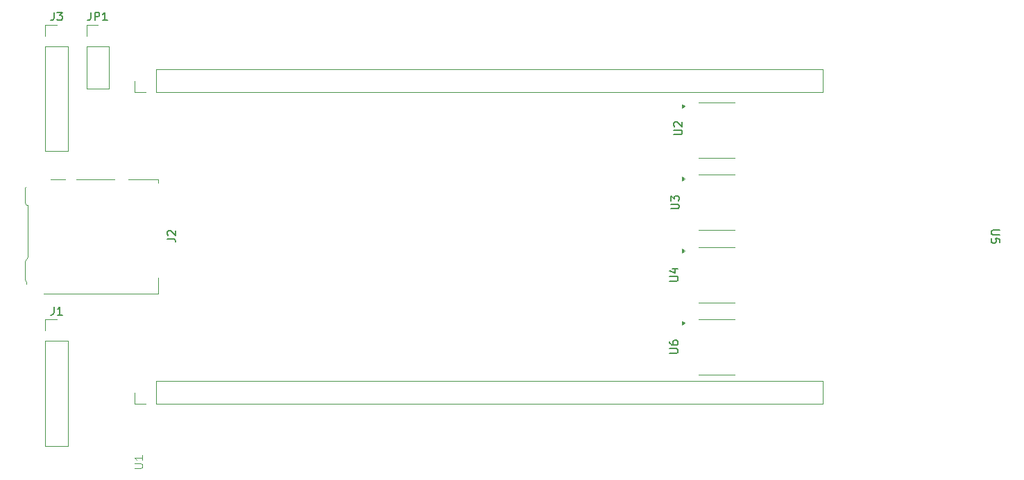
<source format=gbr>
%TF.GenerationSoftware,KiCad,Pcbnew,9.0.1*%
%TF.CreationDate,2025-04-05T14:03:07-06:00*%
%TF.ProjectId,GBDump,47424475-6d70-42e6-9b69-6361645f7063,rev?*%
%TF.SameCoordinates,Original*%
%TF.FileFunction,Legend,Top*%
%TF.FilePolarity,Positive*%
%FSLAX46Y46*%
G04 Gerber Fmt 4.6, Leading zero omitted, Abs format (unit mm)*
G04 Created by KiCad (PCBNEW 9.0.1) date 2025-04-05 14:03:07*
%MOMM*%
%LPD*%
G01*
G04 APERTURE LIST*
%ADD10C,0.150000*%
%ADD11C,0.100000*%
%ADD12C,0.120000*%
G04 APERTURE END LIST*
D10*
X167954819Y-86095237D02*
X168764342Y-86095237D01*
X168764342Y-86095237D02*
X168859580Y-86047618D01*
X168859580Y-86047618D02*
X168907200Y-85999999D01*
X168907200Y-85999999D02*
X168954819Y-85904761D01*
X168954819Y-85904761D02*
X168954819Y-85714285D01*
X168954819Y-85714285D02*
X168907200Y-85619047D01*
X168907200Y-85619047D02*
X168859580Y-85571428D01*
X168859580Y-85571428D02*
X168764342Y-85523809D01*
X168764342Y-85523809D02*
X167954819Y-85523809D01*
X167954819Y-85142856D02*
X167954819Y-84523809D01*
X167954819Y-84523809D02*
X168335771Y-84857142D01*
X168335771Y-84857142D02*
X168335771Y-84714285D01*
X168335771Y-84714285D02*
X168383390Y-84619047D01*
X168383390Y-84619047D02*
X168431009Y-84571428D01*
X168431009Y-84571428D02*
X168526247Y-84523809D01*
X168526247Y-84523809D02*
X168764342Y-84523809D01*
X168764342Y-84523809D02*
X168859580Y-84571428D01*
X168859580Y-84571428D02*
X168907200Y-84619047D01*
X168907200Y-84619047D02*
X168954819Y-84714285D01*
X168954819Y-84714285D02*
X168954819Y-84999999D01*
X168954819Y-84999999D02*
X168907200Y-85095237D01*
X168907200Y-85095237D02*
X168859580Y-85142856D01*
X92666666Y-62074819D02*
X92666666Y-62789104D01*
X92666666Y-62789104D02*
X92619047Y-62931961D01*
X92619047Y-62931961D02*
X92523809Y-63027200D01*
X92523809Y-63027200D02*
X92380952Y-63074819D01*
X92380952Y-63074819D02*
X92285714Y-63074819D01*
X93047619Y-62074819D02*
X93666666Y-62074819D01*
X93666666Y-62074819D02*
X93333333Y-62455771D01*
X93333333Y-62455771D02*
X93476190Y-62455771D01*
X93476190Y-62455771D02*
X93571428Y-62503390D01*
X93571428Y-62503390D02*
X93619047Y-62551009D01*
X93619047Y-62551009D02*
X93666666Y-62646247D01*
X93666666Y-62646247D02*
X93666666Y-62884342D01*
X93666666Y-62884342D02*
X93619047Y-62979580D01*
X93619047Y-62979580D02*
X93571428Y-63027200D01*
X93571428Y-63027200D02*
X93476190Y-63074819D01*
X93476190Y-63074819D02*
X93190476Y-63074819D01*
X93190476Y-63074819D02*
X93095238Y-63027200D01*
X93095238Y-63027200D02*
X93047619Y-62979580D01*
X168317319Y-77036904D02*
X169126842Y-77036904D01*
X169126842Y-77036904D02*
X169222080Y-76989285D01*
X169222080Y-76989285D02*
X169269700Y-76941666D01*
X169269700Y-76941666D02*
X169317319Y-76846428D01*
X169317319Y-76846428D02*
X169317319Y-76655952D01*
X169317319Y-76655952D02*
X169269700Y-76560714D01*
X169269700Y-76560714D02*
X169222080Y-76513095D01*
X169222080Y-76513095D02*
X169126842Y-76465476D01*
X169126842Y-76465476D02*
X168317319Y-76465476D01*
X168412557Y-76036904D02*
X168364938Y-75989285D01*
X168364938Y-75989285D02*
X168317319Y-75894047D01*
X168317319Y-75894047D02*
X168317319Y-75655952D01*
X168317319Y-75655952D02*
X168364938Y-75560714D01*
X168364938Y-75560714D02*
X168412557Y-75513095D01*
X168412557Y-75513095D02*
X168507795Y-75465476D01*
X168507795Y-75465476D02*
X168603033Y-75465476D01*
X168603033Y-75465476D02*
X168745890Y-75513095D01*
X168745890Y-75513095D02*
X169317319Y-76084523D01*
X169317319Y-76084523D02*
X169317319Y-75465476D01*
D11*
X102467419Y-117811904D02*
X103276942Y-117811904D01*
X103276942Y-117811904D02*
X103372180Y-117764285D01*
X103372180Y-117764285D02*
X103419800Y-117716666D01*
X103419800Y-117716666D02*
X103467419Y-117621428D01*
X103467419Y-117621428D02*
X103467419Y-117430952D01*
X103467419Y-117430952D02*
X103419800Y-117335714D01*
X103419800Y-117335714D02*
X103372180Y-117288095D01*
X103372180Y-117288095D02*
X103276942Y-117240476D01*
X103276942Y-117240476D02*
X102467419Y-117240476D01*
X103467419Y-116240476D02*
X103467419Y-116811904D01*
X103467419Y-116526190D02*
X102467419Y-116526190D01*
X102467419Y-116526190D02*
X102610276Y-116621428D01*
X102610276Y-116621428D02*
X102705514Y-116716666D01*
X102705514Y-116716666D02*
X102753133Y-116811904D01*
D10*
X208045180Y-88713095D02*
X207235657Y-88713095D01*
X207235657Y-88713095D02*
X207140419Y-88760714D01*
X207140419Y-88760714D02*
X207092800Y-88808333D01*
X207092800Y-88808333D02*
X207045180Y-88903571D01*
X207045180Y-88903571D02*
X207045180Y-89094047D01*
X207045180Y-89094047D02*
X207092800Y-89189285D01*
X207092800Y-89189285D02*
X207140419Y-89236904D01*
X207140419Y-89236904D02*
X207235657Y-89284523D01*
X207235657Y-89284523D02*
X208045180Y-89284523D01*
X208045180Y-90236904D02*
X208045180Y-89760714D01*
X208045180Y-89760714D02*
X207568990Y-89713095D01*
X207568990Y-89713095D02*
X207616609Y-89760714D01*
X207616609Y-89760714D02*
X207664228Y-89855952D01*
X207664228Y-89855952D02*
X207664228Y-90094047D01*
X207664228Y-90094047D02*
X207616609Y-90189285D01*
X207616609Y-90189285D02*
X207568990Y-90236904D01*
X207568990Y-90236904D02*
X207473752Y-90284523D01*
X207473752Y-90284523D02*
X207235657Y-90284523D01*
X207235657Y-90284523D02*
X207140419Y-90236904D01*
X207140419Y-90236904D02*
X207092800Y-90189285D01*
X207092800Y-90189285D02*
X207045180Y-90094047D01*
X207045180Y-90094047D02*
X207045180Y-89855952D01*
X207045180Y-89855952D02*
X207092800Y-89760714D01*
X207092800Y-89760714D02*
X207140419Y-89713095D01*
X97166666Y-62074819D02*
X97166666Y-62789104D01*
X97166666Y-62789104D02*
X97119047Y-62931961D01*
X97119047Y-62931961D02*
X97023809Y-63027200D01*
X97023809Y-63027200D02*
X96880952Y-63074819D01*
X96880952Y-63074819D02*
X96785714Y-63074819D01*
X97642857Y-63074819D02*
X97642857Y-62074819D01*
X97642857Y-62074819D02*
X98023809Y-62074819D01*
X98023809Y-62074819D02*
X98119047Y-62122438D01*
X98119047Y-62122438D02*
X98166666Y-62170057D01*
X98166666Y-62170057D02*
X98214285Y-62265295D01*
X98214285Y-62265295D02*
X98214285Y-62408152D01*
X98214285Y-62408152D02*
X98166666Y-62503390D01*
X98166666Y-62503390D02*
X98119047Y-62551009D01*
X98119047Y-62551009D02*
X98023809Y-62598628D01*
X98023809Y-62598628D02*
X97642857Y-62598628D01*
X99166666Y-63074819D02*
X98595238Y-63074819D01*
X98880952Y-63074819D02*
X98880952Y-62074819D01*
X98880952Y-62074819D02*
X98785714Y-62217676D01*
X98785714Y-62217676D02*
X98690476Y-62312914D01*
X98690476Y-62312914D02*
X98595238Y-62360533D01*
X106479819Y-89758333D02*
X107194104Y-89758333D01*
X107194104Y-89758333D02*
X107336961Y-89805952D01*
X107336961Y-89805952D02*
X107432200Y-89901190D01*
X107432200Y-89901190D02*
X107479819Y-90044047D01*
X107479819Y-90044047D02*
X107479819Y-90139285D01*
X106575057Y-89329761D02*
X106527438Y-89282142D01*
X106527438Y-89282142D02*
X106479819Y-89186904D01*
X106479819Y-89186904D02*
X106479819Y-88948809D01*
X106479819Y-88948809D02*
X106527438Y-88853571D01*
X106527438Y-88853571D02*
X106575057Y-88805952D01*
X106575057Y-88805952D02*
X106670295Y-88758333D01*
X106670295Y-88758333D02*
X106765533Y-88758333D01*
X106765533Y-88758333D02*
X106908390Y-88805952D01*
X106908390Y-88805952D02*
X107479819Y-89377380D01*
X107479819Y-89377380D02*
X107479819Y-88758333D01*
X167817319Y-103761904D02*
X168626842Y-103761904D01*
X168626842Y-103761904D02*
X168722080Y-103714285D01*
X168722080Y-103714285D02*
X168769700Y-103666666D01*
X168769700Y-103666666D02*
X168817319Y-103571428D01*
X168817319Y-103571428D02*
X168817319Y-103380952D01*
X168817319Y-103380952D02*
X168769700Y-103285714D01*
X168769700Y-103285714D02*
X168722080Y-103238095D01*
X168722080Y-103238095D02*
X168626842Y-103190476D01*
X168626842Y-103190476D02*
X167817319Y-103190476D01*
X167817319Y-102285714D02*
X167817319Y-102476190D01*
X167817319Y-102476190D02*
X167864938Y-102571428D01*
X167864938Y-102571428D02*
X167912557Y-102619047D01*
X167912557Y-102619047D02*
X168055414Y-102714285D01*
X168055414Y-102714285D02*
X168245890Y-102761904D01*
X168245890Y-102761904D02*
X168626842Y-102761904D01*
X168626842Y-102761904D02*
X168722080Y-102714285D01*
X168722080Y-102714285D02*
X168769700Y-102666666D01*
X168769700Y-102666666D02*
X168817319Y-102571428D01*
X168817319Y-102571428D02*
X168817319Y-102380952D01*
X168817319Y-102380952D02*
X168769700Y-102285714D01*
X168769700Y-102285714D02*
X168722080Y-102238095D01*
X168722080Y-102238095D02*
X168626842Y-102190476D01*
X168626842Y-102190476D02*
X168388747Y-102190476D01*
X168388747Y-102190476D02*
X168293509Y-102238095D01*
X168293509Y-102238095D02*
X168245890Y-102285714D01*
X168245890Y-102285714D02*
X168198271Y-102380952D01*
X168198271Y-102380952D02*
X168198271Y-102571428D01*
X168198271Y-102571428D02*
X168245890Y-102666666D01*
X168245890Y-102666666D02*
X168293509Y-102714285D01*
X168293509Y-102714285D02*
X168388747Y-102761904D01*
X167817319Y-94928571D02*
X168626842Y-94928571D01*
X168626842Y-94928571D02*
X168722080Y-94880952D01*
X168722080Y-94880952D02*
X168769700Y-94833333D01*
X168769700Y-94833333D02*
X168817319Y-94738095D01*
X168817319Y-94738095D02*
X168817319Y-94547619D01*
X168817319Y-94547619D02*
X168769700Y-94452381D01*
X168769700Y-94452381D02*
X168722080Y-94404762D01*
X168722080Y-94404762D02*
X168626842Y-94357143D01*
X168626842Y-94357143D02*
X167817319Y-94357143D01*
X168150652Y-93452381D02*
X168817319Y-93452381D01*
X167769700Y-93690476D02*
X168483985Y-93928571D01*
X168483985Y-93928571D02*
X168483985Y-93309524D01*
X92666666Y-98074819D02*
X92666666Y-98789104D01*
X92666666Y-98789104D02*
X92619047Y-98931961D01*
X92619047Y-98931961D02*
X92523809Y-99027200D01*
X92523809Y-99027200D02*
X92380952Y-99074819D01*
X92380952Y-99074819D02*
X92285714Y-99074819D01*
X93666666Y-99074819D02*
X93095238Y-99074819D01*
X93380952Y-99074819D02*
X93380952Y-98074819D01*
X93380952Y-98074819D02*
X93285714Y-98217676D01*
X93285714Y-98217676D02*
X93190476Y-98312914D01*
X93190476Y-98312914D02*
X93095238Y-98360533D01*
D12*
%TO.C,U3*%
X173500000Y-81948333D02*
X171300000Y-81948333D01*
X173500000Y-81948333D02*
X175700000Y-81948333D01*
X173500000Y-88718333D02*
X171300000Y-88718333D01*
X173500000Y-88718333D02*
X175700000Y-88718333D01*
X169640000Y-82408333D02*
X169310000Y-82648333D01*
X169310000Y-82168333D01*
X169640000Y-82408333D01*
G36*
X169640000Y-82408333D02*
G01*
X169310000Y-82648333D01*
X169310000Y-82168333D01*
X169640000Y-82408333D01*
G37*
%TO.C,J3*%
X91620000Y-63620000D02*
X93000000Y-63620000D01*
X91620000Y-65000000D02*
X91620000Y-63620000D01*
X91620000Y-66270000D02*
X91620000Y-79080000D01*
X91620000Y-66270000D02*
X94380000Y-66270000D01*
X91620000Y-79080000D02*
X94380000Y-79080000D01*
X94380000Y-66270000D02*
X94380000Y-79080000D01*
%TO.C,U2*%
X173500000Y-73115000D02*
X171300000Y-73115000D01*
X173500000Y-73115000D02*
X175700000Y-73115000D01*
X173500000Y-79885000D02*
X171300000Y-79885000D01*
X173500000Y-79885000D02*
X175700000Y-79885000D01*
X169640000Y-73575000D02*
X169310000Y-73815000D01*
X169310000Y-73335000D01*
X169640000Y-73575000D01*
G36*
X169640000Y-73575000D02*
G01*
X169310000Y-73815000D01*
X169310000Y-73335000D01*
X169640000Y-73575000D01*
G37*
%TO.C,U1*%
X102480000Y-71830000D02*
X102480000Y-70450000D01*
X102480000Y-109930000D02*
X102480000Y-108550000D01*
X103860000Y-71830000D02*
X102480000Y-71830000D01*
X103860000Y-109930000D02*
X102480000Y-109930000D01*
X105130000Y-69070000D02*
X186520000Y-69070000D01*
X105130000Y-71830000D02*
X105130000Y-69070000D01*
X105130000Y-71830000D02*
X186520000Y-71830000D01*
X105130000Y-107170000D02*
X186520000Y-107170000D01*
X105130000Y-109930000D02*
X105130000Y-107170000D01*
X105130000Y-109930000D02*
X186520000Y-109930000D01*
X186520000Y-71830000D02*
X186520000Y-69070000D01*
X186520000Y-109930000D02*
X186520000Y-107170000D01*
%TO.C,JP1*%
X96620000Y-63620000D02*
X98000000Y-63620000D01*
X96620000Y-65000000D02*
X96620000Y-63620000D01*
X96620000Y-66270000D02*
X96620000Y-71460000D01*
X96620000Y-66270000D02*
X99380000Y-66270000D01*
X96620000Y-71460000D02*
X99380000Y-71460000D01*
X99380000Y-66270000D02*
X99380000Y-71460000D01*
%TO.C,J2*%
X89115000Y-83555000D02*
X89115000Y-85415000D01*
X89115000Y-83555000D02*
X89315000Y-83355000D01*
X89115000Y-85415000D02*
X89315000Y-85625000D01*
X89115000Y-92505000D02*
X89465000Y-91995000D01*
X89115000Y-94815000D02*
X89115000Y-92505000D01*
X89115000Y-94815000D02*
X89315000Y-95015000D01*
X89315000Y-95015000D02*
X89315000Y-95275000D01*
X89465000Y-85625000D02*
X89315000Y-85625000D01*
X89465000Y-85625000D02*
X89465000Y-91995000D01*
X94075000Y-82525000D02*
X92275000Y-82525000D01*
X100075000Y-82525000D02*
X95375000Y-82525000D01*
X105385000Y-82525000D02*
X101775000Y-82525000D01*
X105385000Y-82975000D02*
X105385000Y-82525000D01*
X105385000Y-94575000D02*
X105385000Y-96495000D01*
X105385000Y-96495000D02*
X91375000Y-96495000D01*
%TO.C,U6*%
X173500000Y-99615000D02*
X171300000Y-99615000D01*
X173500000Y-99615000D02*
X175700000Y-99615000D01*
X173500000Y-106385000D02*
X171300000Y-106385000D01*
X173500000Y-106385000D02*
X175700000Y-106385000D01*
X169640000Y-100075000D02*
X169310000Y-100315000D01*
X169310000Y-99835000D01*
X169640000Y-100075000D01*
G36*
X169640000Y-100075000D02*
G01*
X169310000Y-100315000D01*
X169310000Y-99835000D01*
X169640000Y-100075000D01*
G37*
%TO.C,U4*%
X173500000Y-90781667D02*
X171300000Y-90781667D01*
X173500000Y-90781667D02*
X175700000Y-90781667D01*
X173500000Y-97551667D02*
X171300000Y-97551667D01*
X173500000Y-97551667D02*
X175700000Y-97551667D01*
X169640000Y-91241667D02*
X169310000Y-91481667D01*
X169310000Y-91001667D01*
X169640000Y-91241667D01*
G36*
X169640000Y-91241667D02*
G01*
X169310000Y-91481667D01*
X169310000Y-91001667D01*
X169640000Y-91241667D01*
G37*
%TO.C,J1*%
X91620000Y-99620000D02*
X93000000Y-99620000D01*
X91620000Y-101000000D02*
X91620000Y-99620000D01*
X91620000Y-102270000D02*
X91620000Y-115080000D01*
X91620000Y-102270000D02*
X94380000Y-102270000D01*
X91620000Y-115080000D02*
X94380000Y-115080000D01*
X94380000Y-102270000D02*
X94380000Y-115080000D01*
%TD*%
M02*

</source>
